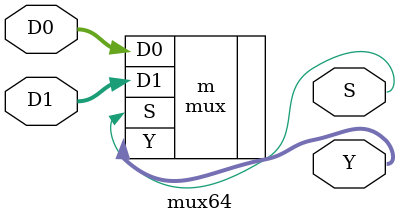
<source format=v>
`timescale 1ns / 1ps


module mux64(
    input [63:0] D0,
    input [63:0] D1,
    output S,
    output [63:0]Y
    );
    
    mux #(.WIDTH(64)) m(.D0(D0),
		       .D1(D1),
		       .S(S),
		       .Y(Y));
    
endmodule

</source>
